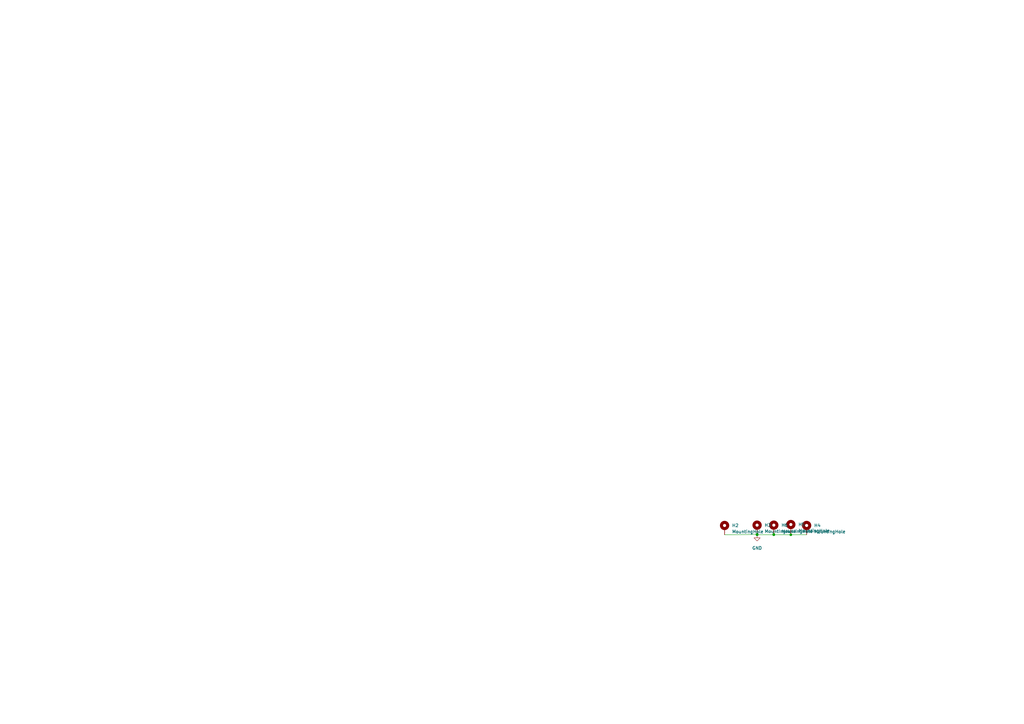
<source format=kicad_sch>
(kicad_sch (version 20211123) (generator eeschema)
  (paper "A3")
  (lib_symbols
    (symbol "Mechanical:MountingHole_Pad" (pin_numbers hide) (pin_names (offset 1.016) hide)
      (property "Reference" "H" (at 0 6.35 0))
      (property "Value" "MountingHole_Pad" (at 0 4.445 0))
      (symbol "MountingHole_Pad_0_1"
        (circle (center 0 1.27) (radius 1.27) (stroke (width 1.27)))
      )
      (symbol "MountingHole_Pad_1_1"
        (pin input line (at 0 -2.54 90) (length 2.54) (name "1") (number "1"))
      )
    )
    (symbol "power:GND" (power) (pin_names (offset 0))
      (property "Value" "GND" (at 0 -3.81 0))
      (symbol "GND_0_1"
        (polyline (pts (xy 0 0) (xy 0 -1.27) (xy 1.27 -1.27) (xy 0 -2.54) (xy -1.27 -1.27) (xy 0 -1.27)))
      )
      (symbol "GND_1_1"
        (pin power_in line (at 0 0 270) (length 0) hide (name "GND") (number "1"))
      )
    )
  )
  (junction (at 310.515 219.202))
  (junction (at 317.373 219.329))
  (junction (at 317.373 219.202))
  (junction (at 324.358 219.329))
  (junction (at 310.515 219.329))
  (wire (pts (xy 330.835 219.329) (xy 324.358 219.329)))
  (wire (pts (xy 324.358 219.329) (xy 317.373 219.329)))
  (wire (pts (xy 317.373 219.329) (xy 310.515 219.329)))
  (wire (pts (xy 317.373 219.202) (xy 317.373 219.329)))
  (wire (pts (xy 310.515 219.329) (xy 310.515 219.202)))
  (wire (pts (xy 324.358 218.948) (xy 324.358 219.329)))
  (wire (pts (xy 297.18 219.329) (xy 310.515 219.202)))
  (symbol (lib_id "Mechanical:MountingHole_Pad") (at 317.373 216.662 0) (unit 1)
    (property "Reference" "H6" (at 320.421 215.392 0) (effects (justify left)))
    (property "Value" "MountingHole" (at 320.421 217.9319 0) (effects (justify left)))
    (property "Footprint" "MountingHole:MountingHole_3.2mm_M3" (effects hide))
  )
  (symbol (lib_id "Mechanical:MountingHole_Pad") (at 324.358 216.408 0) (unit 1)
    (property "Reference" "H5" (at 327.406 215.138 0) (effects (justify left)))
    (property "Value" "MountingHole" (at 327.406 217.6779 0) (effects (justify left)))
    (property "Footprint" "MountingHole:MountingHole_3.2mm_M3" (effects hide))
  )
  (symbol (lib_id "Mechanical:MountingHole_Pad") (at 297.18 216.789 0) (unit 1)
    (property "Reference" "H2" (at 300.228 215.519 0) (effects (justify left)))
    (property "Value" "MountingHole" (at 300.228 218.0589 0) (effects (justify left)))
    (property "Footprint" "MountingHole:MountingHole_3.2mm_M3" (effects hide))
  )
  (symbol (lib_id "power:GND") (at 310.515 219.329 0) (unit 1)
    (property "Reference" "#PWR0101" (effects hide))
    (property "Value" "GND" (at 310.515 224.79 0))
  )
  (symbol (lib_id "Mechanical:MountingHole_Pad") (at 330.835 216.789 0) (unit 1)
    (property "Reference" "H4" (at 333.883 215.5189 0) (effects (justify left)))
    (property "Value" "MountingHole" (at 333.883 218.0589 0) (effects (justify left)))
    (property "Footprint" "MountingHole:MountingHole_3.2mm_M3" (effects hide))
  )
  (symbol (lib_id "Mechanical:MountingHole_Pad") (at 310.515 216.662 0) (unit 1)
    (property "Reference" "H3" (at 313.563 215.392 0) (effects (justify left)))
    (property "Value" "MountingHole" (at 313.563 217.9319 0) (effects (justify left)))
    (property "Footprint" "MountingHole:MountingHole_3.2mm_M3" (effects hide))
  )
)
</source>
